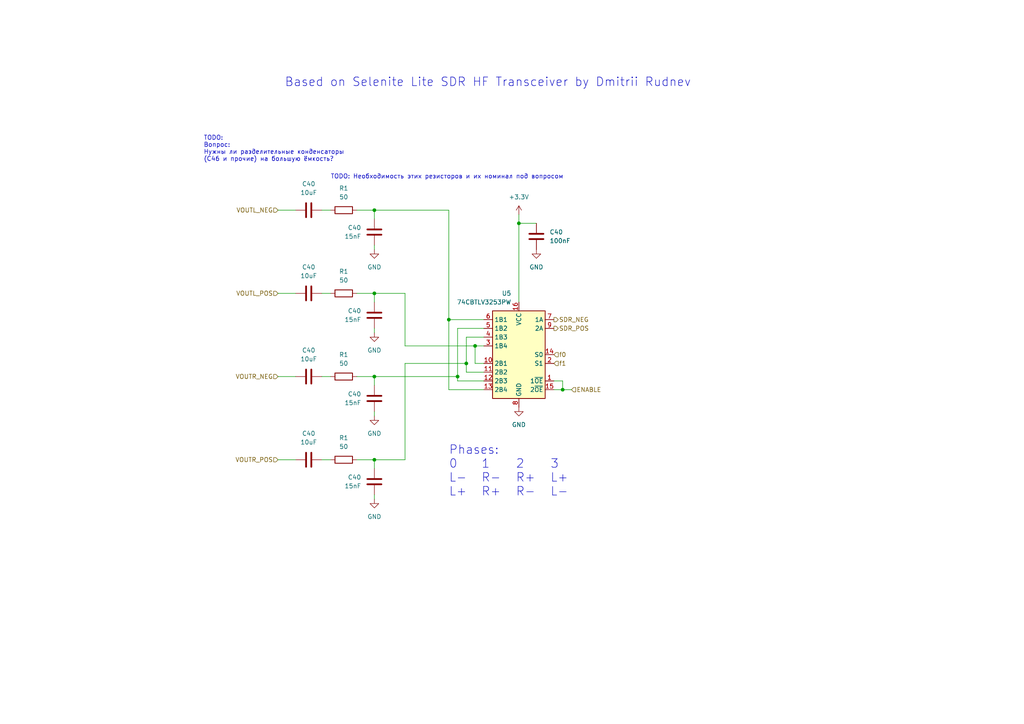
<source format=kicad_sch>
(kicad_sch (version 20230121) (generator eeschema)
  (paper "A4")
  (title_block (title "Quadrature Sampling Exciter (QSE)"))
  (lib_symbols
    (symbol "Analog_Switch:SN74CBT3253"
      (property "Reference" "U" (at -7.62 13.97 0))
      (property "Value" "SN74CBT3253" (at -11.43 -13.97 0))
      (symbol "SN74CBT3253_0_1"
        (rectangle (start -7.62 12.7) (end 7.62 -12.7) (stroke (width 0.254)) (fill (type background)))
        (rectangle (start 7.62 -12.7) (end 7.62 -12.7))
      )
      (symbol "SN74CBT3253_1_1"
        (pin input line (at -10.16 -7.62 0) (length 2.54) (name "1~{OE}") (number "1"))
        (pin bidirectional line (at 10.16 -2.54 180) (length 2.54) (name "2B1") (number "10"))
        (pin bidirectional line (at 10.16 -5.08 180) (length 2.54) (name "2B2") (number "11"))
        (pin bidirectional line (at 10.16 -7.62 180) (length 2.54) (name "2B3") (number "12"))
        (pin bidirectional line (at 10.16 -10.16 180) (length 2.54) (name "2B4") (number "13"))
        (pin input line (at -10.16 0 0) (length 2.54) (name "S0") (number "14"))
        (pin input line (at -10.16 -10.16 0) (length 2.54) (name "2~{OE}") (number "15"))
        (pin power_in line (at 0 15.24 270) (length 2.54) (name "VCC") (number "16"))
        (pin input line (at -10.16 -2.54 0) (length 2.54) (name "S1") (number "2"))
        (pin bidirectional line (at 10.16 2.54 180) (length 2.54) (name "1B4") (number "3"))
        (pin bidirectional line (at 10.16 5.08 180) (length 2.54) (name "1B3") (number "4"))
        (pin bidirectional line (at 10.16 7.62 180) (length 2.54) (name "1B2") (number "5"))
        (pin bidirectional line (at 10.16 10.16 180) (length 2.54) (name "1B1") (number "6"))
        (pin bidirectional line (at -10.16 10.16 0) (length 2.54) (name "1A") (number "7"))
        (pin power_in line (at 0 -15.24 90) (length 2.54) (name "GND") (number "8"))
        (pin bidirectional line (at -10.16 7.62 0) (length 2.54) (name "2A") (number "9"))
      )
    )
    (symbol "Device:C" (pin_numbers hide) (pin_names (offset 0.254))
      (property "Reference" "C" (at 0.635 2.54 0))
      (property "Value" "C" (at 0.635 -2.54 0))
      (symbol "C_0_1"
        (polyline (pts (xy -2.032 -0.762) (xy 2.032 -0.762)) (stroke (width 0.508)))
        (polyline (pts (xy -2.032 0.762) (xy 2.032 0.762)) (stroke (width 0.508)))
      )
      (symbol "C_1_1"
        (pin passive line (at 0 3.81 270) (length 2.794) (name "~") (number "1"))
        (pin passive line (at 0 -3.81 90) (length 2.794) (name "~") (number "2"))
      )
    )
    (symbol "Device:R" (pin_numbers hide) (pin_names (offset 0))
      (property "Reference" "R" (at 2.032 0 90))
      (property "Value" "R" (at 0 0 90))
      (symbol "R_0_1"
        (rectangle (start -1.016 -2.54) (end 1.016 2.54) (stroke (width 0.254)))
      )
      (symbol "R_1_1"
        (pin passive line (at 0 3.81 270) (length 1.27) (name "~") (number "1"))
        (pin passive line (at 0 -3.81 90) (length 1.27) (name "~") (number "2"))
      )
    )
    (symbol "power:+3.3V" (power) (pin_names (offset 0))
      (property "Value" "+3.3V" (at 0 3.556 0))
      (symbol "+3.3V_0_1"
        (polyline (pts (xy -0.762 1.27) (xy 0 2.54)))
        (polyline (pts (xy 0 0) (xy 0 2.54)))
        (polyline (pts (xy 0 2.54) (xy 0.762 1.27)))
      )
      (symbol "+3.3V_1_1"
        (pin power_in line (at 0 0 90) (length 0) hide (name "+3.3V") (number "1"))
      )
    )
    (symbol "power:GND" (power) (pin_names (offset 0))
      (property "Value" "GND" (at 0 -3.81 0))
      (symbol "GND_0_1"
        (polyline (pts (xy 0 0) (xy 0 -1.27) (xy 1.27 -1.27) (xy 0 -2.54) (xy -1.27 -1.27) (xy 0 -1.27)))
      )
      (symbol "GND_1_1"
        (pin power_in line (at 0 0 270) (length 0) hide (name "GND") (number "1"))
      )
    )
  )
  (junction (at 130.175 92.71))
  (junction (at 108.585 109.22))
  (junction (at 163.195 113.03))
  (junction (at 135.255 105.41))
  (junction (at 108.585 85.09))
  (junction (at 108.585 60.96))
  (junction (at 108.585 133.35))
  (junction (at 150.495 64.77))
  (junction (at 132.715 109.22))
  (junction (at 137.795 100.33))
  (wire (pts (xy 117.475 133.35) (xy 117.475 105.41)))
  (wire (pts (xy 135.255 107.95) (xy 140.335 107.95)))
  (wire (pts (xy 108.585 111.76) (xy 108.585 109.22)))
  (wire (pts (xy 80.645 85.09) (xy 85.725 85.09)))
  (wire (pts (xy 140.335 95.25) (xy 132.715 95.25)))
  (wire (pts (xy 163.195 110.49) (xy 160.655 110.49)))
  (wire (pts (xy 80.645 109.22) (xy 85.725 109.22)))
  (wire (pts (xy 108.585 143.51) (xy 108.585 144.78)))
  (wire (pts (xy 108.585 60.96) (xy 130.175 60.96)))
  (wire (pts (xy 93.345 60.96) (xy 95.885 60.96)))
  (wire (pts (xy 108.585 63.5) (xy 108.585 60.96)))
  (wire (pts (xy 140.335 105.41) (xy 137.795 105.41)))
  (wire (pts (xy 140.335 100.33) (xy 137.795 100.33)))
  (wire (pts (xy 163.195 113.03) (xy 165.735 113.03)))
  (wire (pts (xy 93.345 85.09) (xy 95.885 85.09)))
  (wire (pts (xy 132.715 109.22) (xy 108.585 109.22)))
  (wire (pts (xy 80.645 60.96) (xy 85.725 60.96)))
  (wire (pts (xy 130.175 60.96) (xy 130.175 92.71)))
  (wire (pts (xy 108.585 95.25) (xy 108.585 96.52)))
  (wire (pts (xy 103.505 133.35) (xy 108.585 133.35)))
  (wire (pts (xy 93.345 109.22) (xy 95.885 109.22)))
  (wire (pts (xy 80.645 133.35) (xy 85.725 133.35)))
  (wire (pts (xy 103.505 85.09) (xy 108.585 85.09)))
  (wire (pts (xy 137.795 100.33) (xy 137.795 105.41)))
  (wire (pts (xy 108.585 133.35) (xy 117.475 133.35)))
  (wire (pts (xy 108.585 71.12) (xy 108.585 72.39)))
  (wire (pts (xy 163.195 110.49) (xy 163.195 113.03)))
  (wire (pts (xy 108.585 87.63) (xy 108.585 85.09)))
  (wire (pts (xy 135.255 97.79) (xy 135.255 105.41)))
  (wire (pts (xy 132.715 95.25) (xy 132.715 109.22)))
  (wire (pts (xy 130.175 92.71) (xy 140.335 92.71)))
  (wire (pts (xy 108.585 119.38) (xy 108.585 120.65)))
  (wire (pts (xy 108.585 135.89) (xy 108.585 133.35)))
  (wire (pts (xy 132.715 110.49) (xy 140.335 110.49)))
  (wire (pts (xy 117.475 85.09) (xy 108.585 85.09)))
  (wire (pts (xy 103.505 60.96) (xy 108.585 60.96)))
  (wire (pts (xy 103.505 109.22) (xy 108.585 109.22)))
  (wire (pts (xy 117.475 100.33) (xy 117.475 85.09)))
  (wire (pts (xy 150.495 64.77) (xy 150.495 87.63)))
  (wire (pts (xy 140.335 113.03) (xy 130.175 113.03)))
  (wire (pts (xy 130.175 113.03) (xy 130.175 92.71)))
  (wire (pts (xy 132.715 109.22) (xy 132.715 110.49)))
  (wire (pts (xy 150.495 62.23) (xy 150.495 64.77)))
  (wire (pts (xy 140.335 97.79) (xy 135.255 97.79)))
  (wire (pts (xy 93.345 133.35) (xy 95.885 133.35)))
  (wire (pts (xy 137.795 100.33) (xy 117.475 100.33)))
  (wire (pts (xy 135.255 105.41) (xy 135.255 107.95)))
  (wire (pts (xy 117.475 105.41) (xy 135.255 105.41)))
  (wire (pts (xy 163.195 113.03) (xy 160.655 113.03)))
  (wire (pts (xy 150.495 64.77) (xy 155.575 64.77)))
  (text "Phases:\n0	1	2	3\nL-	R-	R+	L+\nL+	R+	R-	L-" (at 130.175 144.145 0) (effects (font (size 2.5 2.5)) (justify left bottom)))
  (text "TODO:\nВопрос:\nНужны ли разделительные конденсаторы\n(C46 и прочие) на большую ёмкость?" (at 59.055 46.99 0) (effects (font (size 1.27 1.27)) (justify left bottom)))
  (text "TODO: Необходимость этих резисторов и их номинал под вопросом" (at 95.885 52.07 0) (effects (font (size 1.27 1.27)) (justify left bottom)))
  (text "Based on Selenite Lite SDR HF Transceiver by Dmitrii Rudnev" (at 82.55 25.4 0) (effects (font (size 2.5 2.5)) (justify left bottom)))
  (hierarchical_label "VOUTR_NEG" (shape input) (at 80.645 109.22 180))
  (hierarchical_label "VOUTR_POS" (shape input) (at 80.645 133.35 180))
  (hierarchical_label "f0" (shape input) (at 160.655 102.87 0))
  (hierarchical_label "SDR_POS" (shape output) (at 160.655 95.25 0))
  (hierarchical_label "VOUTL_NEG" (shape input) (at 80.645 60.96 180))
  (hierarchical_label "SDR_NEG" (shape output) (at 160.655 92.71 0))
  (hierarchical_label "VOUTL_POS" (shape input) (at 80.645 85.09 180))
  (hierarchical_label "ENABLE" (shape input) (at 165.735 113.03 0))
  (hierarchical_label "f1" (shape input) (at 160.655 105.41 0))
  (symbol (lib_id "Device:C") (at 108.585 91.44 0) (mirror y) (unit 1)
    (property "Reference" "C40" (at 104.775 90.17 0) (effects (justify left)))
    (property "Value" "15nF" (at 104.775 92.71 0) (effects (justify left)))
    (instances (project "main" (path "" (reference "C40") (unit 1)) (path "" (reference "C49") (unit 1))))
  )
  (symbol (lib_id "power:GND") (at 108.585 144.78 0) (mirror y) (unit 1)
    (property "Reference" "#PWR022" (effects hide))
    (property "Value" "GND" (at 108.585 149.86 0))
    (instances (project "main" (path "" (reference "#PWR022") (unit 1)) (path "" (reference "#PWR027") (unit 1)) (path "" (reference "#PWR067") (unit 1)) (path "" (reference "#PWR080") (unit 1))))
  )
  (symbol (lib_id "Device:C") (at 108.585 67.31 0) (mirror y) (unit 1)
    (property "Reference" "C40" (at 104.775 66.04 0) (effects (justify left)))
    (property "Value" "15nF" (at 104.775 68.58 0) (effects (justify left)))
    (instances (project "main" (path "" (reference "C40") (unit 1)) (path "" (reference "C50") (unit 1))))
  )
  (symbol (lib_id "Device:C") (at 108.585 115.57 0) (mirror y) (unit 1)
    (property "Reference" "C40" (at 104.775 114.3 0) (effects (justify left)))
    (property "Value" "15nF" (at 104.775 116.84 0) (effects (justify left)))
    (instances (project "main" (path "" (reference "C40") (unit 1)) (path "" (reference "C52") (unit 1))))
  )
  (symbol (lib_id "Device:R") (at 99.695 85.09 90) (unit 1)
    (property "Reference" "R1" (at 99.695 78.74 90))
    (property "Value" "50" (at 99.695 81.28 90))
    (instances (project "main" (path "" (reference "R1") (unit 1)) (path "" (reference "R4") (unit 1)) (path "" (reference "R17") (unit 1)) (path "" (reference "R29") (unit 1))))
  )
  (symbol (lib_id "Device:R") (at 99.695 60.96 90) (unit 1)
    (property "Reference" "R1" (at 99.695 54.61 90))
    (property "Value" "50" (at 99.695 57.15 90))
    (instances (project "main" (path "" (reference "R1") (unit 1)) (path "" (reference "R4") (unit 1)) (path "" (reference "R17") (unit 1)) (path "" (reference "R30") (unit 1))))
  )
  (symbol (lib_id "Device:C") (at 89.535 85.09 90) (unit 1)
    (property "Reference" "C40" (at 89.535 77.47 90))
    (property "Value" "10uF" (at 89.535 80.01 90))
    (instances (project "main" (path "" (reference "C40") (unit 1)) (path "" (reference "C45") (unit 1))))
  )
  (symbol (lib_id "Device:C") (at 89.535 133.35 90) (unit 1)
    (property "Reference" "C40" (at 89.535 125.73 90))
    (property "Value" "10uF" (at 89.535 128.27 90))
    (instances (project "main" (path "" (reference "C40") (unit 1)) (path "" (reference "C47") (unit 1))))
  )
  (symbol (lib_id "power:GND") (at 155.575 72.39 0) (unit 1)
    (property "Reference" "#PWR022" (effects hide))
    (property "Value" "GND" (at 155.575 77.47 0))
    (instances (project "main" (path "" (reference "#PWR022") (unit 1)) (path "" (reference "#PWR027") (unit 1)) (path "" (reference "#PWR068") (unit 1)) (path "" (reference "#PWR077") (unit 1))))
  )
  (symbol (lib_id "power:GND") (at 108.585 96.52 0) (mirror y) (unit 1)
    (property "Reference" "#PWR022" (effects hide))
    (property "Value" "GND" (at 108.585 101.6 0))
    (instances (project "main" (path "" (reference "#PWR022") (unit 1)) (path "" (reference "#PWR027") (unit 1)) (path "" (reference "#PWR067") (unit 1)) (path "" (reference "#PWR078") (unit 1))))
  )
  (symbol (lib_id "Device:C") (at 89.535 109.22 90) (unit 1)
    (property "Reference" "C40" (at 89.535 101.6 90))
    (property "Value" "10uF" (at 89.535 104.14 90))
    (instances (project "main" (path "" (reference "C40") (unit 1)) (path "" (reference "C48") (unit 1))))
  )
  (symbol (lib_id "Device:R") (at 99.695 133.35 90) (unit 1)
    (property "Reference" "R1" (at 99.695 127 90))
    (property "Value" "50" (at 99.695 129.54 90))
    (instances (project "main" (path "" (reference "R1") (unit 1)) (path "" (reference "R4") (unit 1)) (path "" (reference "R17") (unit 1)) (path "" (reference "R31") (unit 1))))
  )
  (symbol (lib_id "Device:R") (at 99.695 109.22 90) (unit 1)
    (property "Reference" "R1" (at 99.695 102.87 90))
    (property "Value" "50" (at 99.695 105.41 90))
    (instances (project "main" (path "" (reference "R1") (unit 1)) (path "" (reference "R4") (unit 1)) (path "" (reference "R17") (unit 1)) (path "" (reference "R32") (unit 1))))
  )
  (symbol (lib_id "Device:C") (at 155.575 68.58 0) (unit 1)
    (property "Reference" "C40" (at 159.385 67.31 0) (effects (justify left)))
    (property "Value" "100nF" (at 159.385 69.85 0) (effects (justify left)))
    (instances (project "main" (path "" (reference "C40") (unit 1)) (path "" (reference "C55") (unit 1))))
  )
  (symbol (lib_id "power:GND") (at 108.585 72.39 0) (mirror y) (unit 1)
    (property "Reference" "#PWR022" (effects hide))
    (property "Value" "GND" (at 108.585 77.47 0))
    (instances (project "main" (path "" (reference "#PWR022") (unit 1)) (path "" (reference "#PWR027") (unit 1)) (path "" (reference "#PWR067") (unit 1)) (path "" (reference "#PWR074") (unit 1))))
  )
  (symbol (lib_id "power:+3.3V") (at 150.495 62.23 0) (unit 1)
    (property "Reference" "#PWR066" (effects hide))
    (property "Value" "+3.3V" (at 150.495 57.15 0))
    (instances (project "main" (path "" (reference "#PWR066") (unit 1)) (path "" (reference "#PWR075") (unit 1))))
  )
  (symbol (lib_id "Device:C") (at 108.585 139.7 0) (mirror y) (unit 1)
    (property "Reference" "C40" (at 104.775 138.43 0) (effects (justify left)))
    (property "Value" "15nF" (at 104.775 140.97 0) (effects (justify left)))
    (instances (project "main" (path "" (reference "C40") (unit 1)) (path "" (reference "C51") (unit 1))))
  )
  (symbol (lib_id "Analog_Switch:SN74CBT3253") (at 150.495 102.87 0) (mirror y) (unit 1)
    (property "Reference" "U5" (at 148.3009 85.09 0) (effects (justify left)))
    (property "Value" "74CBTLV3253PW" (at 148.3009 87.63 0) (effects (justify left)))
    (property "Datasheet" "https://assets.nexperia.com/documents/data-sheet/74CBTLV3253_Q100.pdf" (effects hide))
    (instances (project "main" (path "" (reference "U5") (unit 1)) (path "" (reference "U6") (unit 1))))
  )
  (symbol (lib_id "power:GND") (at 108.585 120.65 0) (mirror y) (unit 1)
    (property "Reference" "#PWR022" (effects hide))
    (property "Value" "GND" (at 108.585 125.73 0))
    (instances (project "main" (path "" (reference "#PWR022") (unit 1)) (path "" (reference "#PWR027") (unit 1)) (path "" (reference "#PWR067") (unit 1)) (path "" (reference "#PWR079") (unit 1))))
  )
  (symbol (lib_id "power:GND") (at 150.495 118.11 0) (mirror y) (unit 1)
    (property "Reference" "#PWR022" (effects hide))
    (property "Value" "GND" (at 150.495 123.19 0))
    (instances (project "main" (path "" (reference "#PWR022") (unit 1)) (path "" (reference "#PWR027") (unit 1)) (path "" (reference "#PWR067") (unit 1)) (path "" (reference "#PWR076") (unit 1))))
  )
  (symbol (lib_id "Device:C") (at 89.535 60.96 90) (unit 1)
    (property "Reference" "C40" (at 89.535 53.34 90))
    (property "Value" "10uF" (at 89.535 55.88 90))
    (instances (project "main" (path "" (reference "C40") (unit 1)) (path "" (reference "C46") (unit 1))))
  )
)
</source>
